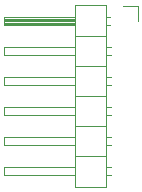
<source format=gbo>
G04 #@! TF.GenerationSoftware,KiCad,Pcbnew,5.1.5-52549c5~84~ubuntu19.10.1*
G04 #@! TF.CreationDate,2020-03-01T20:16:17+01:00*
G04 #@! TF.ProjectId,C245_conn,43323435-5f63-46f6-9e6e-2e6b69636164,rev?*
G04 #@! TF.SameCoordinates,Original*
G04 #@! TF.FileFunction,Legend,Bot*
G04 #@! TF.FilePolarity,Positive*
%FSLAX46Y46*%
G04 Gerber Fmt 4.6, Leading zero omitted, Abs format (unit mm)*
G04 Created by KiCad (PCBNEW 5.1.5-52549c5~84~ubuntu19.10.1) date 2020-03-01 20:16:17*
%MOMM*%
%LPD*%
G04 APERTURE LIST*
%ADD10C,0.120000*%
G04 APERTURE END LIST*
D10*
X105370000Y-100630000D02*
X104100000Y-100630000D01*
X105370000Y-101900000D02*
X105370000Y-100630000D01*
X103057071Y-114980000D02*
X102660000Y-114980000D01*
X103057071Y-114220000D02*
X102660000Y-114220000D01*
X94000000Y-114980000D02*
X100000000Y-114980000D01*
X94000000Y-114220000D02*
X94000000Y-114980000D01*
X100000000Y-114220000D02*
X94000000Y-114220000D01*
X102660000Y-113330000D02*
X100000000Y-113330000D01*
X103057071Y-112440000D02*
X102660000Y-112440000D01*
X103057071Y-111680000D02*
X102660000Y-111680000D01*
X94000000Y-112440000D02*
X100000000Y-112440000D01*
X94000000Y-111680000D02*
X94000000Y-112440000D01*
X100000000Y-111680000D02*
X94000000Y-111680000D01*
X102660000Y-110790000D02*
X100000000Y-110790000D01*
X103057071Y-109900000D02*
X102660000Y-109900000D01*
X103057071Y-109140000D02*
X102660000Y-109140000D01*
X94000000Y-109900000D02*
X100000000Y-109900000D01*
X94000000Y-109140000D02*
X94000000Y-109900000D01*
X100000000Y-109140000D02*
X94000000Y-109140000D01*
X102660000Y-108250000D02*
X100000000Y-108250000D01*
X103057071Y-107360000D02*
X102660000Y-107360000D01*
X103057071Y-106600000D02*
X102660000Y-106600000D01*
X94000000Y-107360000D02*
X100000000Y-107360000D01*
X94000000Y-106600000D02*
X94000000Y-107360000D01*
X100000000Y-106600000D02*
X94000000Y-106600000D01*
X102660000Y-105710000D02*
X100000000Y-105710000D01*
X103057071Y-104820000D02*
X102660000Y-104820000D01*
X103057071Y-104060000D02*
X102660000Y-104060000D01*
X94000000Y-104820000D02*
X100000000Y-104820000D01*
X94000000Y-104060000D02*
X94000000Y-104820000D01*
X100000000Y-104060000D02*
X94000000Y-104060000D01*
X102660000Y-103170000D02*
X100000000Y-103170000D01*
X102990000Y-102280000D02*
X102660000Y-102280000D01*
X102990000Y-101520000D02*
X102660000Y-101520000D01*
X100000000Y-102180000D02*
X94000000Y-102180000D01*
X100000000Y-102060000D02*
X94000000Y-102060000D01*
X100000000Y-101940000D02*
X94000000Y-101940000D01*
X100000000Y-101820000D02*
X94000000Y-101820000D01*
X100000000Y-101700000D02*
X94000000Y-101700000D01*
X100000000Y-101580000D02*
X94000000Y-101580000D01*
X94000000Y-102280000D02*
X100000000Y-102280000D01*
X94000000Y-101520000D02*
X94000000Y-102280000D01*
X100000000Y-101520000D02*
X94000000Y-101520000D01*
X100000000Y-100570000D02*
X102660000Y-100570000D01*
X100000000Y-115930000D02*
X100000000Y-100570000D01*
X102660000Y-115930000D02*
X100000000Y-115930000D01*
X102660000Y-100570000D02*
X102660000Y-115930000D01*
M02*

</source>
